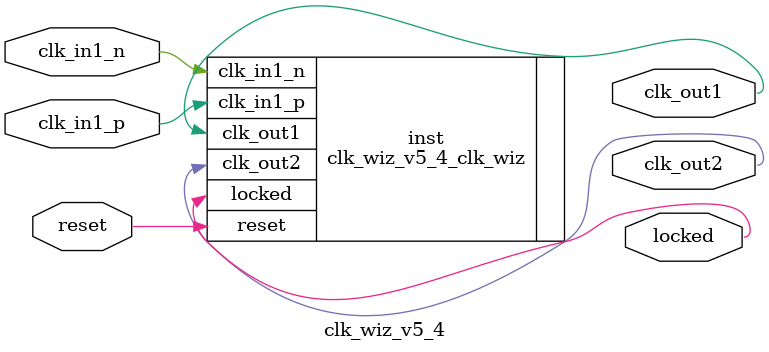
<source format=v>


`timescale 1ps/1ps

(* CORE_GENERATION_INFO = "clk_wiz_v5_4,clk_wiz_v5_4_2_0,{component_name=clk_wiz_v5_4,use_phase_alignment=true,use_min_o_jitter=false,use_max_i_jitter=false,use_dyn_phase_shift=false,use_inclk_switchover=false,use_dyn_reconfig=false,enable_axi=0,feedback_source=FDBK_AUTO,PRIMITIVE=MMCM,num_out_clk=2,clkin1_period=5.000,clkin2_period=10.0,use_power_down=false,use_reset=true,use_locked=true,use_inclk_stopped=false,feedback_type=SINGLE,CLOCK_MGR_TYPE=NA,manual_override=false}" *)

module clk_wiz_v5_4 
 (
  // Clock out ports
  output        clk_out1,
  output        clk_out2,
  // Status and control signals
  input         reset,
  output        locked,
 // Clock in ports
  input         clk_in1_p,
  input         clk_in1_n
 );

  clk_wiz_v5_4_clk_wiz inst
  (
  // Clock out ports  
  .clk_out1(clk_out1),
  .clk_out2(clk_out2),
  // Status and control signals               
  .reset(reset), 
  .locked(locked),
 // Clock in ports
  .clk_in1_p(clk_in1_p),
  .clk_in1_n(clk_in1_n)
  );

endmodule

</source>
